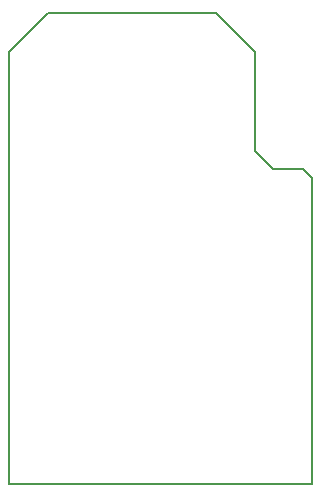
<source format=gbr>
G04 (created by PCBNEW (2013-07-24 BZR 4024)-stable) date Mon 03 Mar 2014 03:49:26 PM NZDT*
%MOIN*%
G04 Gerber Fmt 3.4, Leading zero omitted, Abs format*
%FSLAX34Y34*%
G01*
G70*
G90*
G04 APERTURE LIST*
%ADD10C,0.00590551*%
%ADD11C,0.00787402*%
G04 APERTURE END LIST*
G54D10*
G54D11*
X30800Y-27800D02*
X31100Y-28100D01*
X29900Y-27800D02*
X30800Y-27800D01*
X29800Y-27800D02*
X29900Y-27800D01*
X29200Y-27200D02*
X29800Y-27800D01*
X29200Y-23900D02*
X29200Y-27200D01*
X31100Y-38300D02*
X21000Y-38300D01*
X21000Y-38200D02*
X21000Y-38300D01*
X27900Y-22600D02*
X22300Y-22600D01*
X29200Y-23900D02*
X27900Y-22600D01*
X31100Y-38300D02*
X31100Y-28100D01*
X21000Y-23900D02*
X21000Y-38300D01*
X22300Y-22600D02*
X21000Y-23900D01*
M02*

</source>
